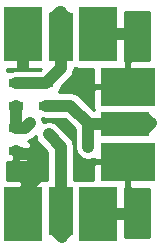
<source format=gbr>
G04 #@! TF.GenerationSoftware,KiCad,Pcbnew,no-vcs-found-01f5a12~58~ubuntu17.04.1*
G04 #@! TF.CreationDate,2017-04-20T18:40:21-07:00*
G04 #@! TF.ProjectId,Reflection_Bridge,5265666C656374696F6E5F4272696467,rev?*
G04 #@! TF.FileFunction,Copper,L1,Top,Signal*
G04 #@! TF.FilePolarity,Positive*
%FSLAX46Y46*%
G04 Gerber Fmt 4.6, Leading zero omitted, Abs format (unit mm)*
G04 Created by KiCad (PCBNEW no-vcs-found-01f5a12~58~ubuntu17.04.1) date Thu Apr 20 18:40:21 2017*
%MOMM*%
%LPD*%
G01*
G04 APERTURE LIST*
%ADD10C,0.100000*%
%ADD11R,3.302000X4.572000*%
%ADD12C,0.500380*%
%ADD13R,1.998980X4.071620*%
%ADD14R,4.572000X3.302000*%
%ADD15R,4.071620X1.998980*%
%ADD16R,1.300000X0.700000*%
%ADD17C,0.800000*%
%ADD18C,1.000000*%
%ADD19C,0.254000*%
G04 APERTURE END LIST*
D10*
D11*
X80655160Y-58420000D03*
D12*
X83740000Y-56488000D03*
D10*
G36*
X84739490Y-56738190D02*
X82740510Y-56738190D01*
X83339950Y-56237810D01*
X84140050Y-56237810D01*
X84739490Y-56738190D01*
X84739490Y-56738190D01*
G37*
D13*
X83820000Y-58674000D03*
D11*
X86984840Y-58420000D03*
X80655160Y-73660000D03*
D13*
X83820000Y-73406000D03*
D12*
X83900000Y-75592000D03*
D10*
G36*
X82900510Y-75341810D02*
X84899490Y-75341810D01*
X84300050Y-75842190D01*
X83499950Y-75842190D01*
X82900510Y-75341810D01*
X82900510Y-75341810D01*
G37*
D11*
X86984840Y-73660000D03*
D14*
X89508000Y-62875160D03*
D12*
X91440000Y-65960000D03*
D10*
G36*
X91189810Y-66959490D02*
X91189810Y-64960510D01*
X91690190Y-65559950D01*
X91690190Y-66360050D01*
X91189810Y-66959490D01*
X91189810Y-66959490D01*
G37*
D15*
X89254000Y-66040000D03*
D14*
X89508000Y-69204840D03*
D16*
X80010000Y-64450000D03*
X80010000Y-62550000D03*
X80010000Y-68260000D03*
X80010000Y-66360000D03*
X82550000Y-62550000D03*
X82550000Y-64450000D03*
D17*
X82000000Y-70450000D03*
X90000000Y-73600000D03*
X80650000Y-61100000D03*
X90250000Y-58350000D03*
X81750000Y-68550000D03*
X82800000Y-66900000D03*
X86150000Y-67950000D03*
X81200000Y-65950000D03*
D18*
X80655160Y-73660000D02*
X80655160Y-71794840D01*
X80655160Y-71794840D02*
X82000000Y-70450000D01*
X90000000Y-73600000D02*
X87044840Y-73600000D01*
X87044840Y-73600000D02*
X86984840Y-73660000D01*
X80655160Y-58420000D02*
X80655160Y-61094840D01*
X80655160Y-61094840D02*
X80650000Y-61100000D01*
X90250000Y-58350000D02*
X87054840Y-58350000D01*
X87054840Y-58350000D02*
X86984840Y-58420000D01*
X81750000Y-68550000D02*
X80300000Y-68550000D01*
X80300000Y-68550000D02*
X80010000Y-68260000D01*
X83820000Y-58674000D02*
X83820000Y-56568000D01*
X83820000Y-56568000D02*
X83740000Y-56488000D01*
X82550000Y-62550000D02*
X83820000Y-61280000D01*
X83820000Y-61280000D02*
X83820000Y-58674000D01*
X80010000Y-62550000D02*
X82550000Y-62550000D01*
X83820000Y-73406000D02*
X83820000Y-67920000D01*
X83820000Y-67920000D02*
X82800000Y-66900000D01*
X83900000Y-75592000D02*
X83900000Y-73486000D01*
X83900000Y-73486000D02*
X83820000Y-73406000D01*
X86218190Y-66040000D02*
X84628190Y-64450000D01*
X84628190Y-64450000D02*
X82550000Y-64450000D01*
X89254000Y-66040000D02*
X86218190Y-66040000D01*
X86218190Y-66040000D02*
X86150000Y-66108190D01*
X86150000Y-66108190D02*
X86150000Y-67950000D01*
X91440000Y-65960000D02*
X89334000Y-65960000D01*
X89334000Y-65960000D02*
X89254000Y-66040000D01*
X80010000Y-66360000D02*
X80790000Y-66360000D01*
X80790000Y-66360000D02*
X81200000Y-65950000D01*
X80010000Y-64450000D02*
X80010000Y-66360000D01*
D19*
G36*
X82550000Y-65585000D02*
X84158058Y-65585000D01*
X85015000Y-66441943D01*
X85015000Y-67950000D01*
X85101397Y-68384346D01*
X85347434Y-68752566D01*
X85715654Y-68998603D01*
X86150000Y-69085000D01*
X86584346Y-68998603D01*
X86633601Y-68965691D01*
X86745750Y-69077840D01*
X89381000Y-69077840D01*
X89381000Y-69057840D01*
X89635000Y-69057840D01*
X89635000Y-69077840D01*
X89655000Y-69077840D01*
X89655000Y-69331840D01*
X89635000Y-69331840D01*
X89635000Y-71332090D01*
X89793750Y-71490840D01*
X91290000Y-71490840D01*
X91290000Y-75590000D01*
X89270840Y-75590000D01*
X89270840Y-73945750D01*
X89112090Y-73787000D01*
X87111840Y-73787000D01*
X87111840Y-73807000D01*
X86857840Y-73807000D01*
X86857840Y-73787000D01*
X86837840Y-73787000D01*
X86837840Y-73533000D01*
X86857840Y-73533000D01*
X86857840Y-73513000D01*
X87111840Y-73513000D01*
X87111840Y-73533000D01*
X89112090Y-73533000D01*
X89270840Y-73374250D01*
X89270840Y-71442250D01*
X89381000Y-71332090D01*
X89381000Y-69331840D01*
X86745750Y-69331840D01*
X86587000Y-69490590D01*
X86587000Y-70739000D01*
X85207530Y-70739000D01*
X85090417Y-70787510D01*
X85067255Y-70772033D01*
X84955000Y-70749704D01*
X84955000Y-67920000D01*
X84868603Y-67485654D01*
X84622566Y-67117434D01*
X83602566Y-66097434D01*
X83234345Y-65851397D01*
X82800000Y-65765000D01*
X82365655Y-65851397D01*
X82321284Y-65881045D01*
X82250550Y-65525435D01*
X82550000Y-65585000D01*
X82550000Y-65585000D01*
G37*
X82550000Y-65585000D02*
X84158058Y-65585000D01*
X85015000Y-66441943D01*
X85015000Y-67950000D01*
X85101397Y-68384346D01*
X85347434Y-68752566D01*
X85715654Y-68998603D01*
X86150000Y-69085000D01*
X86584346Y-68998603D01*
X86633601Y-68965691D01*
X86745750Y-69077840D01*
X89381000Y-69077840D01*
X89381000Y-69057840D01*
X89635000Y-69057840D01*
X89635000Y-69077840D01*
X89655000Y-69077840D01*
X89655000Y-69331840D01*
X89635000Y-69331840D01*
X89635000Y-71332090D01*
X89793750Y-71490840D01*
X91290000Y-71490840D01*
X91290000Y-75590000D01*
X89270840Y-75590000D01*
X89270840Y-73945750D01*
X89112090Y-73787000D01*
X87111840Y-73787000D01*
X87111840Y-73807000D01*
X86857840Y-73807000D01*
X86857840Y-73787000D01*
X86837840Y-73787000D01*
X86837840Y-73533000D01*
X86857840Y-73533000D01*
X86857840Y-73513000D01*
X87111840Y-73513000D01*
X87111840Y-73533000D01*
X89112090Y-73533000D01*
X89270840Y-73374250D01*
X89270840Y-71442250D01*
X89381000Y-71332090D01*
X89381000Y-69331840D01*
X86745750Y-69331840D01*
X86587000Y-69490590D01*
X86587000Y-70739000D01*
X85207530Y-70739000D01*
X85090417Y-70787510D01*
X85067255Y-70772033D01*
X84955000Y-70749704D01*
X84955000Y-67920000D01*
X84868603Y-67485654D01*
X84622566Y-67117434D01*
X83602566Y-66097434D01*
X83234345Y-65851397D01*
X82800000Y-65765000D01*
X82365655Y-65851397D01*
X82321284Y-65881045D01*
X82250550Y-65525435D01*
X82550000Y-65585000D01*
G36*
X81751397Y-67334345D02*
X81997434Y-67702566D01*
X82685000Y-68390132D01*
X82685000Y-70749704D01*
X82572745Y-70772033D01*
X82549583Y-70787510D01*
X82432470Y-70739000D01*
X80940910Y-70739000D01*
X80782160Y-70897750D01*
X80782160Y-73533000D01*
X80802160Y-73533000D01*
X80802160Y-73787000D01*
X80782160Y-73787000D01*
X80782160Y-73807000D01*
X80528160Y-73807000D01*
X80528160Y-73787000D01*
X80508160Y-73787000D01*
X80508160Y-73533000D01*
X80528160Y-73533000D01*
X80528160Y-70897750D01*
X80369410Y-70739000D01*
X79310000Y-70739000D01*
X79310000Y-69245000D01*
X79724250Y-69245000D01*
X79883000Y-69086250D01*
X79883000Y-68387000D01*
X80137000Y-68387000D01*
X80137000Y-69086250D01*
X80295750Y-69245000D01*
X80786310Y-69245000D01*
X81019699Y-69148327D01*
X81198327Y-68969698D01*
X81295000Y-68736309D01*
X81295000Y-68545750D01*
X81136250Y-68387000D01*
X80137000Y-68387000D01*
X79883000Y-68387000D01*
X79863000Y-68387000D01*
X79863000Y-68133000D01*
X79883000Y-68133000D01*
X79883000Y-68113000D01*
X80137000Y-68113000D01*
X80137000Y-68133000D01*
X81136250Y-68133000D01*
X81295000Y-67974250D01*
X81295000Y-67783691D01*
X81198327Y-67550302D01*
X81084455Y-67436429D01*
X81224346Y-67408603D01*
X81592566Y-67162566D01*
X81696545Y-67058587D01*
X81751397Y-67334345D01*
X81751397Y-67334345D01*
G37*
X81751397Y-67334345D02*
X81997434Y-67702566D01*
X82685000Y-68390132D01*
X82685000Y-70749704D01*
X82572745Y-70772033D01*
X82549583Y-70787510D01*
X82432470Y-70739000D01*
X80940910Y-70739000D01*
X80782160Y-70897750D01*
X80782160Y-73533000D01*
X80802160Y-73533000D01*
X80802160Y-73787000D01*
X80782160Y-73787000D01*
X80782160Y-73807000D01*
X80528160Y-73807000D01*
X80528160Y-73787000D01*
X80508160Y-73787000D01*
X80508160Y-73533000D01*
X80528160Y-73533000D01*
X80528160Y-70897750D01*
X80369410Y-70739000D01*
X79310000Y-70739000D01*
X79310000Y-69245000D01*
X79724250Y-69245000D01*
X79883000Y-69086250D01*
X79883000Y-68387000D01*
X80137000Y-68387000D01*
X80137000Y-69086250D01*
X80295750Y-69245000D01*
X80786310Y-69245000D01*
X81019699Y-69148327D01*
X81198327Y-68969698D01*
X81295000Y-68736309D01*
X81295000Y-68545750D01*
X81136250Y-68387000D01*
X80137000Y-68387000D01*
X79883000Y-68387000D01*
X79863000Y-68387000D01*
X79863000Y-68133000D01*
X79883000Y-68133000D01*
X79883000Y-68113000D01*
X80137000Y-68113000D01*
X80137000Y-68133000D01*
X81136250Y-68133000D01*
X81295000Y-67974250D01*
X81295000Y-67783691D01*
X81198327Y-67550302D01*
X81084455Y-67436429D01*
X81224346Y-67408603D01*
X81592566Y-67162566D01*
X81696545Y-67058587D01*
X81751397Y-67334345D01*
G36*
X91290000Y-60589160D02*
X89793750Y-60589160D01*
X89635000Y-60747910D01*
X89635000Y-62748160D01*
X89655000Y-62748160D01*
X89655000Y-63002160D01*
X89635000Y-63002160D01*
X89635000Y-63022160D01*
X89381000Y-63022160D01*
X89381000Y-63002160D01*
X86745750Y-63002160D01*
X86587000Y-63160910D01*
X86587000Y-64652470D01*
X86635510Y-64769583D01*
X86620033Y-64792745D01*
X86612739Y-64829416D01*
X85430756Y-63647434D01*
X85357675Y-63598603D01*
X85062536Y-63401397D01*
X84628190Y-63315000D01*
X83686413Y-63315000D01*
X83798157Y-63147765D01*
X83847440Y-62900000D01*
X83847440Y-62857692D01*
X84622566Y-62082566D01*
X84846494Y-61747434D01*
X84868603Y-61714346D01*
X84944583Y-61332368D01*
X85067255Y-61307967D01*
X85090417Y-61292490D01*
X85207530Y-61341000D01*
X86587000Y-61341000D01*
X86587000Y-62589410D01*
X86745750Y-62748160D01*
X89381000Y-62748160D01*
X89381000Y-60747910D01*
X89270840Y-60637750D01*
X89270840Y-58705750D01*
X89112090Y-58547000D01*
X87111840Y-58547000D01*
X87111840Y-58567000D01*
X86857840Y-58567000D01*
X86857840Y-58547000D01*
X86837840Y-58547000D01*
X86837840Y-58293000D01*
X86857840Y-58293000D01*
X86857840Y-58273000D01*
X87111840Y-58273000D01*
X87111840Y-58293000D01*
X89112090Y-58293000D01*
X89270840Y-58134250D01*
X89270840Y-56510000D01*
X91290000Y-56510000D01*
X91290000Y-60589160D01*
X91290000Y-60589160D01*
G37*
X91290000Y-60589160D02*
X89793750Y-60589160D01*
X89635000Y-60747910D01*
X89635000Y-62748160D01*
X89655000Y-62748160D01*
X89655000Y-63002160D01*
X89635000Y-63002160D01*
X89635000Y-63022160D01*
X89381000Y-63022160D01*
X89381000Y-63002160D01*
X86745750Y-63002160D01*
X86587000Y-63160910D01*
X86587000Y-64652470D01*
X86635510Y-64769583D01*
X86620033Y-64792745D01*
X86612739Y-64829416D01*
X85430756Y-63647434D01*
X85357675Y-63598603D01*
X85062536Y-63401397D01*
X84628190Y-63315000D01*
X83686413Y-63315000D01*
X83798157Y-63147765D01*
X83847440Y-62900000D01*
X83847440Y-62857692D01*
X84622566Y-62082566D01*
X84846494Y-61747434D01*
X84868603Y-61714346D01*
X84944583Y-61332368D01*
X85067255Y-61307967D01*
X85090417Y-61292490D01*
X85207530Y-61341000D01*
X86587000Y-61341000D01*
X86587000Y-62589410D01*
X86745750Y-62748160D01*
X89381000Y-62748160D01*
X89381000Y-60747910D01*
X89270840Y-60637750D01*
X89270840Y-58705750D01*
X89112090Y-58547000D01*
X87111840Y-58547000D01*
X87111840Y-58567000D01*
X86857840Y-58567000D01*
X86857840Y-58547000D01*
X86837840Y-58547000D01*
X86837840Y-58293000D01*
X86857840Y-58293000D01*
X86857840Y-58273000D01*
X87111840Y-58273000D01*
X87111840Y-58293000D01*
X89112090Y-58293000D01*
X89270840Y-58134250D01*
X89270840Y-56510000D01*
X91290000Y-56510000D01*
X91290000Y-60589160D01*
G36*
X80782160Y-58293000D02*
X80802160Y-58293000D01*
X80802160Y-58547000D01*
X80782160Y-58547000D01*
X80782160Y-61182250D01*
X80940910Y-61341000D01*
X82153868Y-61341000D01*
X82079868Y-61415000D01*
X80010000Y-61415000D01*
X79575654Y-61501397D01*
X79499083Y-61552560D01*
X79360000Y-61552560D01*
X79310000Y-61562506D01*
X79310000Y-61341000D01*
X80369410Y-61341000D01*
X80528160Y-61182250D01*
X80528160Y-58547000D01*
X80508160Y-58547000D01*
X80508160Y-58293000D01*
X80528160Y-58293000D01*
X80528160Y-58273000D01*
X80782160Y-58273000D01*
X80782160Y-58293000D01*
X80782160Y-58293000D01*
G37*
X80782160Y-58293000D02*
X80802160Y-58293000D01*
X80802160Y-58547000D01*
X80782160Y-58547000D01*
X80782160Y-61182250D01*
X80940910Y-61341000D01*
X82153868Y-61341000D01*
X82079868Y-61415000D01*
X80010000Y-61415000D01*
X79575654Y-61501397D01*
X79499083Y-61552560D01*
X79360000Y-61552560D01*
X79310000Y-61562506D01*
X79310000Y-61341000D01*
X80369410Y-61341000D01*
X80528160Y-61182250D01*
X80528160Y-58547000D01*
X80508160Y-58547000D01*
X80508160Y-58293000D01*
X80528160Y-58293000D01*
X80528160Y-58273000D01*
X80782160Y-58273000D01*
X80782160Y-58293000D01*
M02*

</source>
